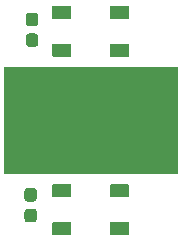
<source format=gts>
G04 #@! TF.GenerationSoftware,KiCad,Pcbnew,5.1.10-88a1d61d58~88~ubuntu20.04.1*
G04 #@! TF.CreationDate,2021-05-03T06:19:38-04:00*
G04 #@! TF.ProjectId,SpaceCenter_TouchBoard_KiCAD,53706163-6543-4656-9e74-65725f546f75,rev?*
G04 #@! TF.SameCoordinates,Original*
G04 #@! TF.FileFunction,Soldermask,Top*
G04 #@! TF.FilePolarity,Negative*
%FSLAX46Y46*%
G04 Gerber Fmt 4.6, Leading zero omitted, Abs format (unit mm)*
G04 Created by KiCad (PCBNEW 5.1.10-88a1d61d58~88~ubuntu20.04.1) date 2021-05-03 06:19:38*
%MOMM*%
%LPD*%
G01*
G04 APERTURE LIST*
G04 APERTURE END LIST*
G36*
G01*
X131944000Y-87449000D02*
X132470000Y-87449000D01*
G75*
G02*
X132733000Y-87712000I0J-263000D01*
G01*
X132733000Y-88338000D01*
G75*
G02*
X132470000Y-88601000I-263000J0D01*
G01*
X131944000Y-88601000D01*
G75*
G02*
X131681000Y-88338000I0J263000D01*
G01*
X131681000Y-87712000D01*
G75*
G02*
X131944000Y-87449000I263000J0D01*
G01*
G37*
G36*
G01*
X131944000Y-89199000D02*
X132470000Y-89199000D01*
G75*
G02*
X132733000Y-89462000I0J-263000D01*
G01*
X132733000Y-90088000D01*
G75*
G02*
X132470000Y-90351000I-263000J0D01*
G01*
X131944000Y-90351000D01*
G75*
G02*
X131681000Y-90088000I0J263000D01*
G01*
X131681000Y-89462000D01*
G75*
G02*
X131944000Y-89199000I263000J0D01*
G01*
G37*
G36*
G01*
X131817000Y-104044000D02*
X132343000Y-104044000D01*
G75*
G02*
X132606000Y-104307000I0J-263000D01*
G01*
X132606000Y-104933000D01*
G75*
G02*
X132343000Y-105196000I-263000J0D01*
G01*
X131817000Y-105196000D01*
G75*
G02*
X131554000Y-104933000I0J263000D01*
G01*
X131554000Y-104307000D01*
G75*
G02*
X131817000Y-104044000I263000J0D01*
G01*
G37*
G36*
G01*
X131817000Y-102294000D02*
X132343000Y-102294000D01*
G75*
G02*
X132606000Y-102557000I0J-263000D01*
G01*
X132606000Y-103183000D01*
G75*
G02*
X132343000Y-103446000I-263000J0D01*
G01*
X131817000Y-103446000D01*
G75*
G02*
X131554000Y-103183000I0J263000D01*
G01*
X131554000Y-102557000D01*
G75*
G02*
X131817000Y-102294000I263000J0D01*
G01*
G37*
G36*
G01*
X138809000Y-106240000D02*
X138809000Y-105240000D01*
G75*
G02*
X138860000Y-105189000I51000J0D01*
G01*
X140360000Y-105189000D01*
G75*
G02*
X140411000Y-105240000I0J-51000D01*
G01*
X140411000Y-106240000D01*
G75*
G02*
X140360000Y-106291000I-51000J0D01*
G01*
X138860000Y-106291000D01*
G75*
G02*
X138809000Y-106240000I0J51000D01*
G01*
G37*
G36*
G01*
X138809000Y-103040000D02*
X138809000Y-102040000D01*
G75*
G02*
X138860000Y-101989000I51000J0D01*
G01*
X140360000Y-101989000D01*
G75*
G02*
X140411000Y-102040000I0J-51000D01*
G01*
X140411000Y-103040000D01*
G75*
G02*
X140360000Y-103091000I-51000J0D01*
G01*
X138860000Y-103091000D01*
G75*
G02*
X138809000Y-103040000I0J51000D01*
G01*
G37*
G36*
G01*
X133909000Y-106240000D02*
X133909000Y-105240000D01*
G75*
G02*
X133960000Y-105189000I51000J0D01*
G01*
X135460000Y-105189000D01*
G75*
G02*
X135511000Y-105240000I0J-51000D01*
G01*
X135511000Y-106240000D01*
G75*
G02*
X135460000Y-106291000I-51000J0D01*
G01*
X133960000Y-106291000D01*
G75*
G02*
X133909000Y-106240000I0J51000D01*
G01*
G37*
G36*
G01*
X133909000Y-103040000D02*
X133909000Y-102040000D01*
G75*
G02*
X133960000Y-101989000I51000J0D01*
G01*
X135460000Y-101989000D01*
G75*
G02*
X135511000Y-102040000I0J-51000D01*
G01*
X135511000Y-103040000D01*
G75*
G02*
X135460000Y-103091000I-51000J0D01*
G01*
X133960000Y-103091000D01*
G75*
G02*
X133909000Y-103040000I0J51000D01*
G01*
G37*
G36*
G01*
X133909000Y-87927000D02*
X133909000Y-86927000D01*
G75*
G02*
X133960000Y-86876000I51000J0D01*
G01*
X135460000Y-86876000D01*
G75*
G02*
X135511000Y-86927000I0J-51000D01*
G01*
X135511000Y-87927000D01*
G75*
G02*
X135460000Y-87978000I-51000J0D01*
G01*
X133960000Y-87978000D01*
G75*
G02*
X133909000Y-87927000I0J51000D01*
G01*
G37*
G36*
G01*
X133909000Y-91127000D02*
X133909000Y-90127000D01*
G75*
G02*
X133960000Y-90076000I51000J0D01*
G01*
X135460000Y-90076000D01*
G75*
G02*
X135511000Y-90127000I0J-51000D01*
G01*
X135511000Y-91127000D01*
G75*
G02*
X135460000Y-91178000I-51000J0D01*
G01*
X133960000Y-91178000D01*
G75*
G02*
X133909000Y-91127000I0J51000D01*
G01*
G37*
G36*
G01*
X138809000Y-87927000D02*
X138809000Y-86927000D01*
G75*
G02*
X138860000Y-86876000I51000J0D01*
G01*
X140360000Y-86876000D01*
G75*
G02*
X140411000Y-86927000I0J-51000D01*
G01*
X140411000Y-87927000D01*
G75*
G02*
X140360000Y-87978000I-51000J0D01*
G01*
X138860000Y-87978000D01*
G75*
G02*
X138809000Y-87927000I0J51000D01*
G01*
G37*
G36*
G01*
X138809000Y-91127000D02*
X138809000Y-90127000D01*
G75*
G02*
X138860000Y-90076000I51000J0D01*
G01*
X140360000Y-90076000D01*
G75*
G02*
X140411000Y-90127000I0J-51000D01*
G01*
X140411000Y-91127000D01*
G75*
G02*
X140360000Y-91178000I-51000J0D01*
G01*
X138860000Y-91178000D01*
G75*
G02*
X138809000Y-91127000I0J51000D01*
G01*
G37*
G36*
G01*
X129857300Y-101083500D02*
X129857300Y-92083500D01*
G75*
G02*
X129908300Y-92032500I51000J0D01*
G01*
X144513300Y-92032500D01*
G75*
G02*
X144564300Y-92083500I0J-51000D01*
G01*
X144564300Y-101083500D01*
G75*
G02*
X144513300Y-101134500I-51000J0D01*
G01*
X129908300Y-101134500D01*
G75*
G02*
X129857300Y-101083500I0J51000D01*
G01*
G37*
M02*

</source>
